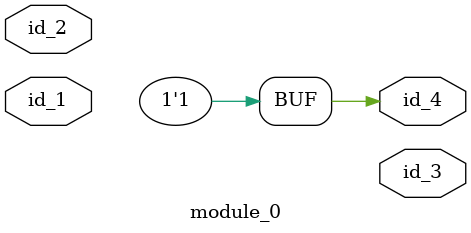
<source format=v>
module module_0 (
    id_1,
    id_2,
    id_3,
    id_4
);
  output id_4;
  output id_3;
  input id_2;
  input id_1;
  assign id_4 = 1;
endmodule

</source>
